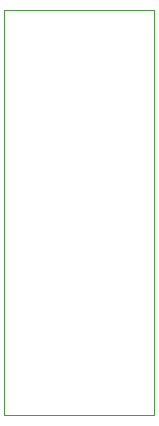
<source format=gbr>
%TF.GenerationSoftware,KiCad,Pcbnew,7.0.9*%
%TF.CreationDate,2023-12-20T10:12:01+01:00*%
%TF.ProjectId,DeHisser4IEM,44654869-7373-4657-9234-49454d2e6b69,rev?*%
%TF.SameCoordinates,PX77e7cd0PY40311b0*%
%TF.FileFunction,Profile,NP*%
%FSLAX46Y46*%
G04 Gerber Fmt 4.6, Leading zero omitted, Abs format (unit mm)*
G04 Created by KiCad (PCBNEW 7.0.9) date 2023-12-20 10:12:01*
%MOMM*%
%LPD*%
G01*
G04 APERTURE LIST*
%TA.AperFunction,Profile*%
%ADD10C,0.100000*%
%TD*%
G04 APERTURE END LIST*
D10*
X12700000Y0D02*
X0Y0D01*
X0Y34290000D01*
X12700000Y34290000D01*
X12700000Y0D01*
M02*

</source>
